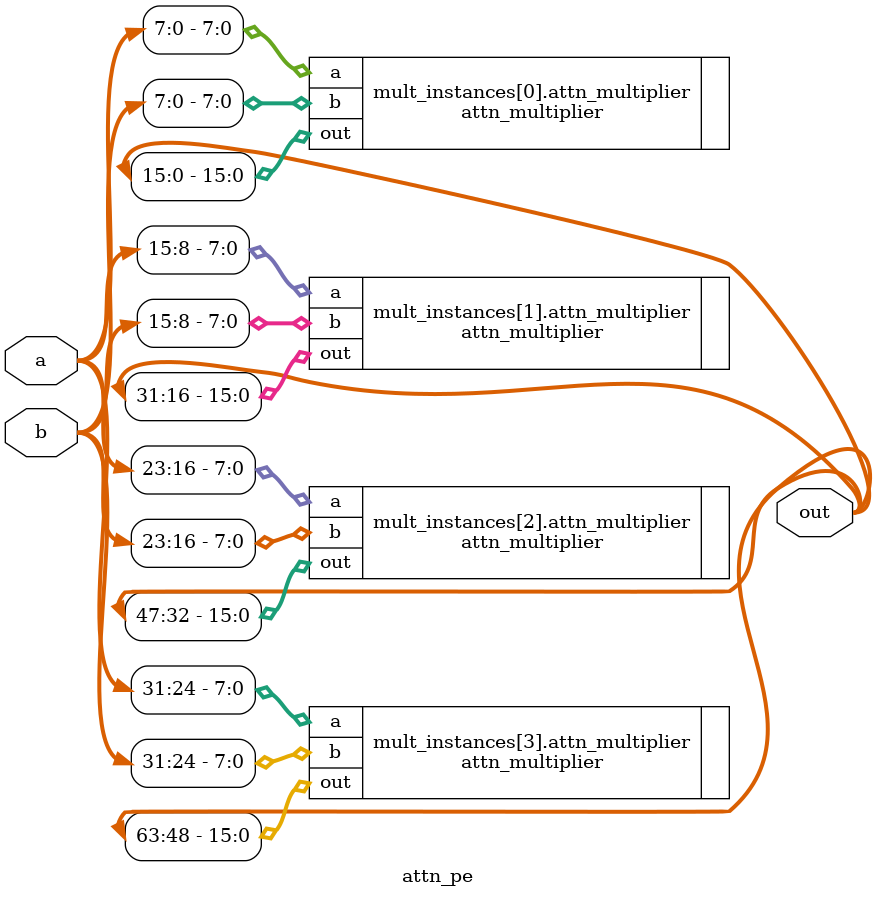
<source format=v>
`timescale 1ns / 1ps


module attn_pe #(
        parameter DATA_WIDTH = 8,
        parameter NUM_MACS = 4 // number of macs equal to matrix vector PE grid
    )(
        input [NUM_MACS * DATA_WIDTH - 1 :0] a,
        input [NUM_MACS * DATA_WIDTH - 1 :0] b,
        output [NUM_MACS * DATA_WIDTH * 2 - 1 : 0] out
    );
    
    genvar i;
    generate
        for (i = 0; i < NUM_MACS; i = i + 1) begin : mult_instances
            attn_multiplier #(
                .DATA_WIDTH(DATA_WIDTH)
            ) attn_multiplier (
                .a(a[DATA_WIDTH*(i+1)-1:DATA_WIDTH*i]),
                .b(b[DATA_WIDTH*(i+1)-1:DATA_WIDTH*i]),
                .out(out[(2*DATA_WIDTH)*(i+1)-1:(2*DATA_WIDTH)*i])
            );
        end
    endgenerate
    
    
endmodule

</source>
